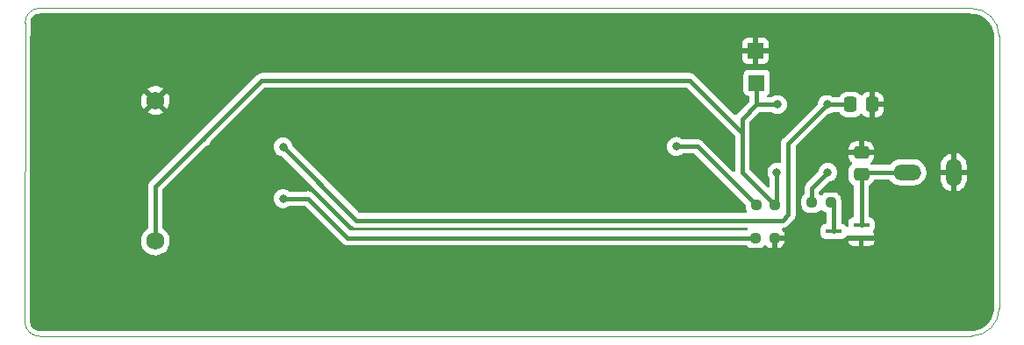
<source format=gbl>
%TF.GenerationSoftware,KiCad,Pcbnew,(6.0.2)*%
%TF.CreationDate,2022-05-28T13:28:15-07:00*%
%TF.ProjectId,TxBoard,5478426f-6172-4642-9e6b-696361645f70,4*%
%TF.SameCoordinates,Original*%
%TF.FileFunction,Copper,L2,Bot*%
%TF.FilePolarity,Positive*%
%FSLAX46Y46*%
G04 Gerber Fmt 4.6, Leading zero omitted, Abs format (unit mm)*
G04 Created by KiCad (PCBNEW (6.0.2)) date 2022-05-28 13:28:15*
%MOMM*%
%LPD*%
G01*
G04 APERTURE LIST*
G04 Aperture macros list*
%AMRoundRect*
0 Rectangle with rounded corners*
0 $1 Rounding radius*
0 $2 $3 $4 $5 $6 $7 $8 $9 X,Y pos of 4 corners*
0 Add a 4 corners polygon primitive as box body*
4,1,4,$2,$3,$4,$5,$6,$7,$8,$9,$2,$3,0*
0 Add four circle primitives for the rounded corners*
1,1,$1+$1,$2,$3*
1,1,$1+$1,$4,$5*
1,1,$1+$1,$6,$7*
1,1,$1+$1,$8,$9*
0 Add four rect primitives between the rounded corners*
20,1,$1+$1,$2,$3,$4,$5,0*
20,1,$1+$1,$4,$5,$6,$7,0*
20,1,$1+$1,$6,$7,$8,$9,0*
20,1,$1+$1,$8,$9,$2,$3,0*%
G04 Aperture macros list end*
%TA.AperFunction,Profile*%
%ADD10C,0.100000*%
%TD*%
%TA.AperFunction,SMDPad,CuDef*%
%ADD11RoundRect,0.250000X0.337500X0.475000X-0.337500X0.475000X-0.337500X-0.475000X0.337500X-0.475000X0*%
%TD*%
%TA.AperFunction,ComponentPad*%
%ADD12C,7.000000*%
%TD*%
%TA.AperFunction,ComponentPad*%
%ADD13O,2.717800X1.501800*%
%TD*%
%TA.AperFunction,ComponentPad*%
%ADD14O,1.501800X2.717800*%
%TD*%
%TA.AperFunction,SMDPad,CuDef*%
%ADD15RoundRect,0.250000X0.475000X-0.337500X0.475000X0.337500X-0.475000X0.337500X-0.475000X-0.337500X0*%
%TD*%
%TA.AperFunction,SMDPad,CuDef*%
%ADD16RoundRect,0.237500X0.250000X0.237500X-0.250000X0.237500X-0.250000X-0.237500X0.250000X-0.237500X0*%
%TD*%
%TA.AperFunction,SMDPad,CuDef*%
%ADD17R,1.500000X1.500000*%
%TD*%
%TA.AperFunction,SMDPad,CuDef*%
%ADD18RoundRect,0.237500X-0.250000X-0.237500X0.250000X-0.237500X0.250000X0.237500X-0.250000X0.237500X0*%
%TD*%
%TA.AperFunction,ComponentPad*%
%ADD19C,1.755000*%
%TD*%
%TA.AperFunction,SMDPad,CuDef*%
%ADD20R,1.500000X0.450000*%
%TD*%
%TA.AperFunction,ViaPad*%
%ADD21C,0.800000*%
%TD*%
%TA.AperFunction,Conductor*%
%ADD22C,0.381000*%
%TD*%
G04 APERTURE END LIST*
D10*
X104389949Y-113010051D02*
X194300000Y-113000000D01*
X103000000Y-82700000D02*
X102989949Y-111610051D01*
X197000000Y-110300000D02*
X197000000Y-84000000D01*
X197000000Y-84000000D02*
G75*
G03*
X194300000Y-81300000I-2700001J-1D01*
G01*
X102989949Y-111610051D02*
G75*
G03*
X104389949Y-113010051I1400002J2D01*
G01*
X104400000Y-81300000D02*
G75*
G03*
X103000000Y-82700000I2J-1400002D01*
G01*
X194300000Y-81300000D02*
X104400000Y-81300000D01*
X194300000Y-113000000D02*
G75*
G03*
X197000000Y-110300000I-1J2700001D01*
G01*
D11*
%TO.P,C2,2*%
%TO.N,Net-(C2-Pad2)*%
X182662500Y-90600000D03*
%TO.P,C2,1*%
%TO.N,GND*%
X184737500Y-90600000D03*
%TD*%
D12*
%TO.P,REF\u002A\u002A,1*%
%TO.N,GND*%
X108077000Y-86360000D03*
%TD*%
%TO.P,REF\u002A\u002A,1*%
%TO.N,GND*%
X189200000Y-86360000D03*
%TD*%
%TO.P,REF\u002A\u002A,1*%
%TO.N,GND*%
X189300000Y-107950000D03*
%TD*%
%TO.P,REF\u002A\u002A,1*%
%TO.N,GND*%
X108077000Y-107950000D03*
%TD*%
D13*
%TO.P,J1,1,In*%
%TO.N,Net-(C1-Pad1)*%
X188099999Y-97155000D03*
D14*
%TO.P,J1,2,Ext*%
%TO.N,GND*%
X192600000Y-97155000D03*
%TD*%
D15*
%TO.P,C1,1*%
%TO.N,Net-(C1-Pad1)*%
X183700000Y-97337500D03*
%TO.P,C1,2*%
%TO.N,GND*%
X183700000Y-95262500D03*
%TD*%
D16*
%TO.P,R2,1*%
%TO.N,+BATT*%
X175387000Y-100330000D03*
%TO.P,R2,2*%
%TO.N,Net-(R2-Pad2)*%
X173562000Y-100330000D03*
%TD*%
D17*
%TO.P,TP2,1,1*%
%TO.N,+BATT*%
X173600000Y-88500000D03*
%TD*%
D18*
%TO.P,R1,1*%
%TO.N,Net-(D1-Pad1)*%
X178919500Y-100076000D03*
%TO.P,R1,2*%
%TO.N,Net-(Q1-Pad3)*%
X180744500Y-100076000D03*
%TD*%
D19*
%TO.P,BT1,1,+*%
%TO.N,+BATT*%
X115572000Y-103795000D03*
%TO.P,BT1,2,-*%
%TO.N,GND*%
X115572000Y-90205000D03*
%TD*%
D16*
%TO.P,R3,1*%
%TO.N,GND*%
X175307000Y-103505000D03*
%TO.P,R3,2*%
%TO.N,Net-(R3-Pad2)*%
X173482000Y-103505000D03*
%TD*%
D20*
%TO.P,Q1,1,G*%
%TO.N,Net-(C1-Pad1)*%
X183702000Y-102220000D03*
%TO.P,Q1,2,S*%
%TO.N,GND*%
X183702000Y-103520000D03*
%TO.P,Q1,3,D*%
%TO.N,Net-(Q1-Pad3)*%
X181042000Y-102870000D03*
%TD*%
D17*
%TO.P,TP1,1,1*%
%TO.N,GND*%
X173500000Y-85400000D03*
%TD*%
D21*
%TO.N,Net-(D1-Pad1)*%
X180467000Y-97155000D03*
%TO.N,+BATT*%
X175600000Y-90600000D03*
X175545000Y-97155000D03*
%TO.N,Net-(R2-Pad2)*%
X165850000Y-94650000D03*
%TO.N,Net-(R3-Pad2)*%
X127900000Y-99700000D03*
%TO.N,Net-(C2-Pad2)*%
X127900000Y-94700000D03*
X180400000Y-90600000D03*
%TD*%
D22*
%TO.N,Net-(C2-Pad2)*%
X182662500Y-90600000D02*
X180400000Y-90600000D01*
X180400000Y-90600000D02*
X176650000Y-94350000D01*
%TO.N,Net-(C1-Pad1)*%
X183702000Y-97339500D02*
X183700000Y-97337500D01*
X183700000Y-97337500D02*
X183882500Y-97155000D01*
X183702000Y-102220000D02*
X183702000Y-97339500D01*
X183882500Y-97155000D02*
X188099999Y-97155000D01*
%TO.N,Net-(D1-Pad1)*%
X178919500Y-98702500D02*
X180467000Y-97155000D01*
X178919500Y-100076000D02*
X178919500Y-98702500D01*
%TO.N,+BATT*%
X115572000Y-98550000D02*
X115572000Y-103795000D01*
X172212000Y-97155000D02*
X172212000Y-93345000D01*
X175387000Y-100330000D02*
X172212000Y-97155000D01*
X172212000Y-93345000D02*
X167132000Y-88265000D01*
X175545000Y-97155000D02*
X175545000Y-100172000D01*
X175545000Y-100172000D02*
X175387000Y-100330000D01*
X173600000Y-90600000D02*
X175600000Y-90600000D01*
X120200000Y-94000000D02*
X120161000Y-93961000D01*
X172212000Y-93345000D02*
X172212000Y-91988000D01*
X125857000Y-88265000D02*
X120161000Y-93961000D01*
X167132000Y-88265000D02*
X125857000Y-88265000D01*
X172212000Y-91988000D02*
X173600000Y-90600000D01*
X120161000Y-93961000D02*
X115572000Y-98550000D01*
X173600000Y-90600000D02*
X173600000Y-88500000D01*
%TO.N,Net-(Q1-Pad3)*%
X181042000Y-100373500D02*
X180744500Y-100076000D01*
X181042000Y-102870000D02*
X181042000Y-100373500D01*
%TO.N,Net-(R2-Pad2)*%
X173562000Y-100330000D02*
X173482000Y-100330000D01*
X165850000Y-94650000D02*
X167882000Y-94650000D01*
X167882000Y-94650000D02*
X173562000Y-100330000D01*
%TO.N,Net-(R3-Pad2)*%
X134112000Y-103505000D02*
X130302000Y-99695000D01*
X127900000Y-99700000D02*
X130297000Y-99700000D01*
X173482000Y-103505000D02*
X134112000Y-103505000D01*
X130297000Y-99700000D02*
X130302000Y-99695000D01*
%TO.N,Net-(C2-Pad2)*%
X135000000Y-101800000D02*
X127900000Y-94700000D01*
X176650000Y-94350000D02*
X176650000Y-101250000D01*
X176100000Y-101800000D02*
X135000000Y-101800000D01*
X176650000Y-101250000D02*
X176100000Y-101800000D01*
%TD*%
%TA.AperFunction,Conductor*%
%TO.N,GND*%
G36*
X194270057Y-81809500D02*
G01*
X194284858Y-81811805D01*
X194284861Y-81811805D01*
X194293730Y-81813186D01*
X194310899Y-81810941D01*
X194334838Y-81810108D01*
X194556608Y-81823522D01*
X194571713Y-81825356D01*
X194817082Y-81870322D01*
X194831855Y-81873963D01*
X195070025Y-81948180D01*
X195084243Y-81953572D01*
X195311721Y-82055952D01*
X195325194Y-82063023D01*
X195538674Y-82192076D01*
X195551195Y-82200718D01*
X195738808Y-82347704D01*
X195747571Y-82354569D01*
X195758959Y-82364659D01*
X195935341Y-82541041D01*
X195945431Y-82552429D01*
X196065959Y-82706271D01*
X196099281Y-82748804D01*
X196107924Y-82761326D01*
X196236977Y-82974806D01*
X196244047Y-82988277D01*
X196252615Y-83007313D01*
X196346426Y-83215753D01*
X196351822Y-83229980D01*
X196426037Y-83468145D01*
X196429678Y-83482918D01*
X196474644Y-83728287D01*
X196476478Y-83743391D01*
X196489455Y-83957929D01*
X196488198Y-83984639D01*
X196488195Y-83984859D01*
X196486814Y-83993730D01*
X196487978Y-84002632D01*
X196487978Y-84002635D01*
X196490936Y-84025251D01*
X196492000Y-84041589D01*
X196492000Y-110250672D01*
X196490500Y-110270056D01*
X196486814Y-110293730D01*
X196489059Y-110310897D01*
X196489892Y-110334838D01*
X196476478Y-110556608D01*
X196474644Y-110571713D01*
X196429678Y-110817082D01*
X196426037Y-110831855D01*
X196351822Y-111070020D01*
X196346428Y-111084243D01*
X196244048Y-111311721D01*
X196236977Y-111325194D01*
X196107924Y-111538674D01*
X196099282Y-111551195D01*
X196072871Y-111584906D01*
X195945431Y-111747571D01*
X195935341Y-111758959D01*
X195758959Y-111935341D01*
X195747571Y-111945431D01*
X195551196Y-112099281D01*
X195538674Y-112107924D01*
X195325194Y-112236977D01*
X195311723Y-112244047D01*
X195084243Y-112346428D01*
X195070025Y-112351820D01*
X194841990Y-112422879D01*
X194831855Y-112426037D01*
X194817082Y-112429678D01*
X194571713Y-112474644D01*
X194556609Y-112476478D01*
X194342071Y-112489455D01*
X194315361Y-112488198D01*
X194315141Y-112488195D01*
X194306270Y-112486814D01*
X194297368Y-112487978D01*
X194297366Y-112487978D01*
X194286073Y-112489455D01*
X194274707Y-112490941D01*
X194258388Y-112492005D01*
X104439252Y-112502045D01*
X104419859Y-112500545D01*
X104412011Y-112499324D01*
X104405092Y-112498246D01*
X104405090Y-112498246D01*
X104396220Y-112496865D01*
X104385222Y-112498303D01*
X104356539Y-112498760D01*
X104298201Y-112493014D01*
X104228278Y-112486127D01*
X104204056Y-112481309D01*
X104060466Y-112437752D01*
X104037653Y-112428302D01*
X103905326Y-112357571D01*
X103884789Y-112343848D01*
X103768804Y-112248662D01*
X103751338Y-112231196D01*
X103656152Y-112115211D01*
X103642429Y-112094674D01*
X103571698Y-111962347D01*
X103562248Y-111939534D01*
X103518691Y-111795944D01*
X103513873Y-111771722D01*
X103501905Y-111650216D01*
X103502358Y-111634174D01*
X103501644Y-111634165D01*
X103501754Y-111625192D01*
X103503135Y-111616320D01*
X103501971Y-111607419D01*
X103501971Y-111607414D01*
X103499027Y-111584906D01*
X103497963Y-111568524D01*
X103500678Y-103761021D01*
X114181665Y-103761021D01*
X114181962Y-103766173D01*
X114181962Y-103766177D01*
X114183710Y-103796486D01*
X114194785Y-103988555D01*
X114195920Y-103993592D01*
X114195921Y-103993598D01*
X114243337Y-104204000D01*
X114244890Y-104210891D01*
X114246834Y-104215677D01*
X114246835Y-104215682D01*
X114295598Y-104335770D01*
X114330636Y-104422058D01*
X114449720Y-104616385D01*
X114598943Y-104788653D01*
X114774299Y-104934236D01*
X114778751Y-104936838D01*
X114778756Y-104936841D01*
X114966619Y-105046619D01*
X114971077Y-105049224D01*
X115183993Y-105130528D01*
X115189061Y-105131559D01*
X115189064Y-105131560D01*
X115298741Y-105153874D01*
X115407330Y-105175967D01*
X115412503Y-105176157D01*
X115412506Y-105176157D01*
X115629925Y-105184129D01*
X115629929Y-105184129D01*
X115635089Y-105184318D01*
X115640209Y-105183662D01*
X115640211Y-105183662D01*
X115856025Y-105156016D01*
X115856026Y-105156016D01*
X115861153Y-105155359D01*
X115866103Y-105153874D01*
X116074497Y-105091353D01*
X116074502Y-105091351D01*
X116079452Y-105089866D01*
X116085548Y-105086880D01*
X116279473Y-104991877D01*
X116279478Y-104991874D01*
X116284124Y-104989598D01*
X116288334Y-104986595D01*
X116288339Y-104986592D01*
X116465458Y-104860254D01*
X116465463Y-104860250D01*
X116469670Y-104857249D01*
X116631109Y-104696373D01*
X116685782Y-104620288D01*
X116761087Y-104515489D01*
X116764105Y-104511289D01*
X116775778Y-104487672D01*
X116862793Y-104311611D01*
X116862794Y-104311609D01*
X116865087Y-104306969D01*
X116931341Y-104088900D01*
X116961090Y-103862938D01*
X116962750Y-103795000D01*
X116944075Y-103567854D01*
X116888552Y-103346809D01*
X116823614Y-103197460D01*
X116799733Y-103142537D01*
X116799731Y-103142534D01*
X116797673Y-103137800D01*
X116717917Y-103014516D01*
X116676687Y-102950784D01*
X116676685Y-102950781D01*
X116673877Y-102946441D01*
X116596459Y-102861359D01*
X116523967Y-102781692D01*
X116523965Y-102781691D01*
X116520489Y-102777870D01*
X116516438Y-102774671D01*
X116516434Y-102774667D01*
X116345684Y-102639817D01*
X116345680Y-102639815D01*
X116341629Y-102636615D01*
X116336111Y-102633569D01*
X116335787Y-102633242D01*
X116332795Y-102631254D01*
X116333205Y-102630637D01*
X116286138Y-102583139D01*
X116271000Y-102523258D01*
X116271000Y-98891725D01*
X116291002Y-98823604D01*
X116307905Y-98802630D01*
X120437218Y-94673317D01*
X120475061Y-94647307D01*
X120479141Y-94645490D01*
X120486397Y-94643258D01*
X120631569Y-94556375D01*
X120751825Y-94437371D01*
X120792658Y-94370737D01*
X120836252Y-94299598D01*
X120836254Y-94299595D01*
X120840223Y-94293117D01*
X120842534Y-94285877D01*
X120845694Y-94278974D01*
X120847168Y-94279649D01*
X120872550Y-94237985D01*
X126109630Y-89000905D01*
X126171942Y-88966879D01*
X126198725Y-88964000D01*
X166790275Y-88964000D01*
X166858396Y-88984002D01*
X166879370Y-89000905D01*
X171476095Y-93597630D01*
X171510121Y-93659942D01*
X171513000Y-93686725D01*
X171513000Y-96988275D01*
X171492998Y-97056396D01*
X171439342Y-97102889D01*
X171369068Y-97112993D01*
X171304488Y-97083499D01*
X171297905Y-97077370D01*
X168396497Y-94175962D01*
X168390643Y-94169696D01*
X168380127Y-94157641D01*
X168353158Y-94126726D01*
X168301622Y-94090506D01*
X168296326Y-94086573D01*
X168252737Y-94052394D01*
X168252734Y-94052392D01*
X168246760Y-94047708D01*
X168239836Y-94044582D01*
X168236801Y-94042744D01*
X168224102Y-94035500D01*
X168220954Y-94033812D01*
X168214739Y-94029444D01*
X168156050Y-94006562D01*
X168150005Y-94004022D01*
X168092565Y-93978087D01*
X168085092Y-93976702D01*
X168081674Y-93975631D01*
X168067685Y-93971646D01*
X168064193Y-93970749D01*
X168057111Y-93967988D01*
X168049578Y-93966996D01*
X168049577Y-93966996D01*
X167994670Y-93959767D01*
X167988157Y-93958735D01*
X167933682Y-93948639D01*
X167933680Y-93948639D01*
X167926213Y-93947255D01*
X167918633Y-93947692D01*
X167918632Y-93947692D01*
X167864888Y-93950791D01*
X167857635Y-93951000D01*
X166474481Y-93951000D01*
X166406360Y-93930998D01*
X166400420Y-93926936D01*
X166312094Y-93862763D01*
X166312093Y-93862762D01*
X166306752Y-93858882D01*
X166300724Y-93856198D01*
X166300722Y-93856197D01*
X166138319Y-93783891D01*
X166138318Y-93783891D01*
X166132288Y-93781206D01*
X166038888Y-93761353D01*
X165951944Y-93742872D01*
X165951939Y-93742872D01*
X165945487Y-93741500D01*
X165754513Y-93741500D01*
X165748061Y-93742872D01*
X165748056Y-93742872D01*
X165661112Y-93761353D01*
X165567712Y-93781206D01*
X165561682Y-93783891D01*
X165561681Y-93783891D01*
X165399278Y-93856197D01*
X165399276Y-93856198D01*
X165393248Y-93858882D01*
X165387907Y-93862762D01*
X165387906Y-93862763D01*
X165357223Y-93885056D01*
X165238747Y-93971134D01*
X165234326Y-93976044D01*
X165234325Y-93976045D01*
X165169800Y-94047708D01*
X165110960Y-94113056D01*
X165070911Y-94182423D01*
X165039295Y-94237184D01*
X165015473Y-94278444D01*
X164956458Y-94460072D01*
X164936496Y-94650000D01*
X164937186Y-94656565D01*
X164948310Y-94762400D01*
X164956458Y-94839928D01*
X165015473Y-95021556D01*
X165110960Y-95186944D01*
X165115378Y-95191851D01*
X165115379Y-95191852D01*
X165225094Y-95313703D01*
X165238747Y-95328866D01*
X165393248Y-95441118D01*
X165399276Y-95443802D01*
X165399278Y-95443803D01*
X165487750Y-95483193D01*
X165567712Y-95518794D01*
X165642144Y-95534615D01*
X165748056Y-95557128D01*
X165748061Y-95557128D01*
X165754513Y-95558500D01*
X165945487Y-95558500D01*
X165951939Y-95557128D01*
X165951944Y-95557128D01*
X166057856Y-95534615D01*
X166132288Y-95518794D01*
X166212250Y-95483193D01*
X166300722Y-95443803D01*
X166300724Y-95443802D01*
X166306752Y-95441118D01*
X166400420Y-95373064D01*
X166467288Y-95349206D01*
X166474481Y-95349000D01*
X167540275Y-95349000D01*
X167608396Y-95369002D01*
X167629370Y-95385905D01*
X172529095Y-100285630D01*
X172563121Y-100347942D01*
X172566000Y-100374725D01*
X172566000Y-100617072D01*
X172566337Y-100620318D01*
X172566337Y-100620322D01*
X172568207Y-100638338D01*
X172576793Y-100721093D01*
X172631846Y-100886107D01*
X172645827Y-100908700D01*
X172664663Y-100977149D01*
X172643501Y-101044919D01*
X172589060Y-101090490D01*
X172538681Y-101101000D01*
X135341726Y-101101000D01*
X135273605Y-101080998D01*
X135252631Y-101064095D01*
X128836243Y-94647708D01*
X128802217Y-94585396D01*
X128800028Y-94571783D01*
X128794232Y-94516637D01*
X128794232Y-94516635D01*
X128793542Y-94510072D01*
X128776361Y-94457193D01*
X128736569Y-94334729D01*
X128734527Y-94328444D01*
X128639040Y-94163056D01*
X128606329Y-94126726D01*
X128515675Y-94026045D01*
X128515674Y-94026044D01*
X128511253Y-94021134D01*
X128356752Y-93908882D01*
X128350724Y-93906198D01*
X128350722Y-93906197D01*
X128188319Y-93833891D01*
X128188318Y-93833891D01*
X128182288Y-93831206D01*
X128088888Y-93811353D01*
X128001944Y-93792872D01*
X128001939Y-93792872D01*
X127995487Y-93791500D01*
X127804513Y-93791500D01*
X127798061Y-93792872D01*
X127798056Y-93792872D01*
X127711112Y-93811353D01*
X127617712Y-93831206D01*
X127611682Y-93833891D01*
X127611681Y-93833891D01*
X127449278Y-93906197D01*
X127449276Y-93906198D01*
X127443248Y-93908882D01*
X127288747Y-94021134D01*
X127284326Y-94026044D01*
X127284325Y-94026045D01*
X127193672Y-94126726D01*
X127160960Y-94163056D01*
X127065473Y-94328444D01*
X127006458Y-94510072D01*
X126986496Y-94700000D01*
X126987186Y-94706565D01*
X127004515Y-94871438D01*
X127006458Y-94889928D01*
X127065473Y-95071556D01*
X127160960Y-95236944D01*
X127165378Y-95241851D01*
X127165379Y-95241852D01*
X127279865Y-95369002D01*
X127288747Y-95378866D01*
X127374429Y-95441118D01*
X127424103Y-95477208D01*
X127443248Y-95491118D01*
X127449276Y-95493802D01*
X127449278Y-95493803D01*
X127611681Y-95566109D01*
X127617712Y-95568794D01*
X127787631Y-95604912D01*
X127850528Y-95639063D01*
X134485503Y-102274038D01*
X134491356Y-102280303D01*
X134528842Y-102323274D01*
X134575745Y-102356238D01*
X134580389Y-102359502D01*
X134585684Y-102363435D01*
X134635239Y-102402291D01*
X134642163Y-102405417D01*
X134645212Y-102407264D01*
X134657878Y-102414489D01*
X134661043Y-102416186D01*
X134667261Y-102420556D01*
X134725996Y-102443456D01*
X134732009Y-102445983D01*
X134789435Y-102471912D01*
X134796903Y-102473296D01*
X134800311Y-102474364D01*
X134814358Y-102478366D01*
X134817813Y-102479253D01*
X134824889Y-102482012D01*
X134887353Y-102490235D01*
X134893845Y-102491263D01*
X134955787Y-102502744D01*
X134963367Y-102502307D01*
X134963368Y-102502307D01*
X135017094Y-102499209D01*
X135024347Y-102499000D01*
X172641223Y-102499000D01*
X172709344Y-102519002D01*
X172755837Y-102572658D01*
X172765941Y-102642932D01*
X172736447Y-102707512D01*
X172730396Y-102714018D01*
X172675492Y-102769018D01*
X172613210Y-102803097D01*
X172586319Y-102806000D01*
X134453725Y-102806000D01*
X134385604Y-102785998D01*
X134364630Y-102769095D01*
X130802616Y-99207081D01*
X130802150Y-99206614D01*
X130739372Y-99143175D01*
X130732898Y-99139208D01*
X130732892Y-99139203D01*
X130707801Y-99123827D01*
X130695890Y-99115549D01*
X130672736Y-99097394D01*
X130666760Y-99092708D01*
X130636963Y-99079255D01*
X130622991Y-99071857D01*
X130595118Y-99054776D01*
X130559842Y-99043518D01*
X130546315Y-99038325D01*
X130512565Y-99023087D01*
X130505097Y-99021703D01*
X130505091Y-99021701D01*
X130480429Y-99017131D01*
X130465091Y-99013279D01*
X130433942Y-99003338D01*
X130407569Y-99001540D01*
X130397008Y-99000820D01*
X130382617Y-98999002D01*
X130353680Y-98993639D01*
X130346213Y-98992255D01*
X130338634Y-98992692D01*
X130335625Y-98992866D01*
X130313578Y-98994137D01*
X130297766Y-98994054D01*
X130265148Y-98991830D01*
X130257674Y-98993135D01*
X130257665Y-98993135D01*
X130228673Y-98998196D01*
X130214260Y-98999863D01*
X130204720Y-99000414D01*
X130198170Y-99000791D01*
X130190921Y-99001000D01*
X128524481Y-99001000D01*
X128456360Y-98980998D01*
X128450420Y-98976936D01*
X128362094Y-98912763D01*
X128362093Y-98912762D01*
X128356752Y-98908882D01*
X128350724Y-98906198D01*
X128350722Y-98906197D01*
X128188319Y-98833891D01*
X128188318Y-98833891D01*
X128182288Y-98831206D01*
X128088887Y-98811353D01*
X128001944Y-98792872D01*
X128001939Y-98792872D01*
X127995487Y-98791500D01*
X127804513Y-98791500D01*
X127798061Y-98792872D01*
X127798056Y-98792872D01*
X127711113Y-98811353D01*
X127617712Y-98831206D01*
X127611682Y-98833891D01*
X127611681Y-98833891D01*
X127449278Y-98906197D01*
X127449276Y-98906198D01*
X127443248Y-98908882D01*
X127288747Y-99021134D01*
X127284326Y-99026044D01*
X127284325Y-99026045D01*
X127165701Y-99157791D01*
X127160960Y-99163056D01*
X127065473Y-99328444D01*
X127006458Y-99510072D01*
X127005768Y-99516633D01*
X127005768Y-99516635D01*
X127004571Y-99528028D01*
X126986496Y-99700000D01*
X127006458Y-99889928D01*
X127065473Y-100071556D01*
X127160960Y-100236944D01*
X127165378Y-100241851D01*
X127165379Y-100241852D01*
X127250735Y-100336649D01*
X127288747Y-100378866D01*
X127320726Y-100402100D01*
X127410181Y-100467093D01*
X127443248Y-100491118D01*
X127449276Y-100493802D01*
X127449278Y-100493803D01*
X127611681Y-100566109D01*
X127617712Y-100568794D01*
X127711112Y-100588647D01*
X127798056Y-100607128D01*
X127798061Y-100607128D01*
X127804513Y-100608500D01*
X127995487Y-100608500D01*
X128001939Y-100607128D01*
X128001944Y-100607128D01*
X128088888Y-100588647D01*
X128182288Y-100568794D01*
X128188319Y-100566109D01*
X128350722Y-100493803D01*
X128350724Y-100493802D01*
X128356752Y-100491118D01*
X128389820Y-100467093D01*
X128450420Y-100423064D01*
X128517288Y-100399206D01*
X128524481Y-100399000D01*
X129965275Y-100399000D01*
X130033396Y-100419002D01*
X130054370Y-100435905D01*
X131892502Y-102274038D01*
X133597510Y-103979046D01*
X133603363Y-103985311D01*
X133640842Y-104028274D01*
X133692383Y-104064498D01*
X133697668Y-104068423D01*
X133747240Y-104107292D01*
X133754158Y-104110416D01*
X133757179Y-104112245D01*
X133769898Y-104119500D01*
X133773046Y-104121188D01*
X133779261Y-104125556D01*
X133837950Y-104148438D01*
X133843995Y-104150978D01*
X133901435Y-104176913D01*
X133908908Y-104178298D01*
X133912326Y-104179369D01*
X133926315Y-104183354D01*
X133929807Y-104184251D01*
X133936889Y-104187012D01*
X133944422Y-104188004D01*
X133944423Y-104188004D01*
X133999330Y-104195233D01*
X134005843Y-104196265D01*
X134060318Y-104206361D01*
X134060320Y-104206361D01*
X134067787Y-104207745D01*
X134075367Y-104207308D01*
X134075368Y-104207308D01*
X134129112Y-104204209D01*
X134136365Y-104204000D01*
X172586218Y-104204000D01*
X172654339Y-104224002D01*
X172675234Y-104240825D01*
X172766497Y-104331929D01*
X172772727Y-104335769D01*
X172772728Y-104335770D01*
X172904947Y-104417271D01*
X172914580Y-104423209D01*
X173079691Y-104477974D01*
X173086527Y-104478674D01*
X173086530Y-104478675D01*
X173133870Y-104483525D01*
X173182428Y-104488500D01*
X173781572Y-104488500D01*
X173784818Y-104488163D01*
X173784822Y-104488163D01*
X173878735Y-104478419D01*
X173878739Y-104478418D01*
X173885593Y-104477707D01*
X173892129Y-104475526D01*
X173892131Y-104475526D01*
X174039193Y-104426462D01*
X174050607Y-104422654D01*
X174198531Y-104331116D01*
X174305601Y-104223859D01*
X174367882Y-104189780D01*
X174438702Y-104194783D01*
X174483791Y-104223704D01*
X174586629Y-104326363D01*
X174598040Y-104335375D01*
X174733563Y-104418912D01*
X174746741Y-104425056D01*
X174898266Y-104475315D01*
X174911632Y-104478181D01*
X175004270Y-104487672D01*
X175010685Y-104488000D01*
X175034885Y-104488000D01*
X175050124Y-104483525D01*
X175051329Y-104482135D01*
X175053000Y-104474452D01*
X175053000Y-104469885D01*
X175561000Y-104469885D01*
X175565475Y-104485124D01*
X175566865Y-104486329D01*
X175574548Y-104488000D01*
X175603266Y-104488000D01*
X175609782Y-104487663D01*
X175703632Y-104477925D01*
X175717028Y-104475032D01*
X175868453Y-104424512D01*
X175881615Y-104418347D01*
X176016992Y-104334574D01*
X176028390Y-104325540D01*
X176140863Y-104212871D01*
X176149875Y-104201460D01*
X176233412Y-104065937D01*
X176239556Y-104052759D01*
X176289815Y-103901234D01*
X176292681Y-103887868D01*
X176302172Y-103795230D01*
X176302456Y-103789669D01*
X182444001Y-103789669D01*
X182444371Y-103796490D01*
X182449895Y-103847352D01*
X182453521Y-103862604D01*
X182498676Y-103983054D01*
X182507214Y-103998649D01*
X182583715Y-104100724D01*
X182596276Y-104113285D01*
X182698351Y-104189786D01*
X182713946Y-104198324D01*
X182834394Y-104243478D01*
X182849649Y-104247105D01*
X182900514Y-104252631D01*
X182907328Y-104253000D01*
X183458885Y-104253000D01*
X183474124Y-104248525D01*
X183475329Y-104247135D01*
X183477000Y-104239452D01*
X183477000Y-104234884D01*
X183927000Y-104234884D01*
X183931475Y-104250123D01*
X183932865Y-104251328D01*
X183940548Y-104252999D01*
X184496669Y-104252999D01*
X184503490Y-104252629D01*
X184554352Y-104247105D01*
X184569604Y-104243479D01*
X184690054Y-104198324D01*
X184705649Y-104189786D01*
X184807724Y-104113285D01*
X184820285Y-104100724D01*
X184896786Y-103998649D01*
X184905324Y-103983054D01*
X184950478Y-103862606D01*
X184954105Y-103847351D01*
X184959631Y-103796486D01*
X184960000Y-103789672D01*
X184960000Y-103763115D01*
X184955525Y-103747876D01*
X184954135Y-103746671D01*
X184946452Y-103745000D01*
X183945115Y-103745000D01*
X183929876Y-103749475D01*
X183928671Y-103750865D01*
X183927000Y-103758548D01*
X183927000Y-104234884D01*
X183477000Y-104234884D01*
X183477000Y-103763115D01*
X183472525Y-103747876D01*
X183471135Y-103746671D01*
X183463452Y-103745000D01*
X182462116Y-103745000D01*
X182446877Y-103749475D01*
X182445672Y-103750865D01*
X182444001Y-103758548D01*
X182444001Y-103789669D01*
X176302456Y-103789669D01*
X176302500Y-103788815D01*
X176302500Y-103777115D01*
X176298025Y-103761876D01*
X176296635Y-103760671D01*
X176288952Y-103759000D01*
X175579115Y-103759000D01*
X175563876Y-103763475D01*
X175562671Y-103764865D01*
X175561000Y-103772548D01*
X175561000Y-104469885D01*
X175053000Y-104469885D01*
X175053000Y-103377000D01*
X175073002Y-103308879D01*
X175126658Y-103262386D01*
X175179000Y-103251000D01*
X176284385Y-103251000D01*
X176299624Y-103246525D01*
X176300829Y-103245135D01*
X176302500Y-103237452D01*
X176302500Y-103221234D01*
X176302163Y-103214718D01*
X176292425Y-103120868D01*
X176289532Y-103107472D01*
X176239012Y-102956047D01*
X176232847Y-102942885D01*
X176149074Y-102807508D01*
X176140040Y-102796110D01*
X176060719Y-102716927D01*
X176026640Y-102654644D01*
X176031643Y-102583824D01*
X176074140Y-102526952D01*
X176137023Y-102504147D01*
X176136853Y-102503170D01*
X176142373Y-102502207D01*
X176142376Y-102502206D01*
X176144328Y-102501865D01*
X176144332Y-102501865D01*
X176198924Y-102492337D01*
X176205449Y-102491374D01*
X176260418Y-102484722D01*
X176260420Y-102484721D01*
X176267960Y-102483809D01*
X176275062Y-102481125D01*
X176278500Y-102480281D01*
X176292623Y-102476417D01*
X176296034Y-102475387D01*
X176303517Y-102474081D01*
X176361197Y-102448761D01*
X176367304Y-102446270D01*
X176419117Y-102426691D01*
X176419118Y-102426690D01*
X176426222Y-102424006D01*
X176432477Y-102419707D01*
X176435618Y-102418065D01*
X176448372Y-102410967D01*
X176451478Y-102409130D01*
X176458433Y-102406077D01*
X176464460Y-102401452D01*
X176464464Y-102401450D01*
X176508402Y-102367735D01*
X176513720Y-102363871D01*
X176565652Y-102328179D01*
X176606519Y-102282311D01*
X176611499Y-102277036D01*
X177124038Y-101764497D01*
X177130304Y-101758643D01*
X177167549Y-101726152D01*
X177173274Y-101721158D01*
X177209502Y-101669610D01*
X177213435Y-101664316D01*
X177252291Y-101614761D01*
X177255417Y-101607837D01*
X177257264Y-101604788D01*
X177264489Y-101592122D01*
X177266186Y-101588957D01*
X177270556Y-101582739D01*
X177293456Y-101524004D01*
X177295983Y-101517991D01*
X177321912Y-101460565D01*
X177323296Y-101453097D01*
X177324364Y-101449689D01*
X177328364Y-101435650D01*
X177329253Y-101432186D01*
X177332012Y-101425111D01*
X177340235Y-101362655D01*
X177341267Y-101356141D01*
X177351360Y-101301683D01*
X177351360Y-101301680D01*
X177352744Y-101294214D01*
X177349209Y-101232905D01*
X177349000Y-101225653D01*
X177349000Y-100363072D01*
X177923500Y-100363072D01*
X177923837Y-100366318D01*
X177923837Y-100366322D01*
X177929725Y-100423064D01*
X177934293Y-100467093D01*
X177936474Y-100473629D01*
X177936474Y-100473631D01*
X177942308Y-100491118D01*
X177989346Y-100632107D01*
X178080884Y-100780031D01*
X178086066Y-100785204D01*
X178198816Y-100897758D01*
X178198821Y-100897762D01*
X178203997Y-100902929D01*
X178210227Y-100906769D01*
X178210228Y-100906770D01*
X178324404Y-100977149D01*
X178352080Y-100994209D01*
X178517191Y-101048974D01*
X178524027Y-101049674D01*
X178524030Y-101049675D01*
X178575526Y-101054951D01*
X178619928Y-101059500D01*
X179219072Y-101059500D01*
X179222318Y-101059163D01*
X179222322Y-101059163D01*
X179316235Y-101049419D01*
X179316239Y-101049418D01*
X179323093Y-101048707D01*
X179329629Y-101046526D01*
X179329631Y-101046526D01*
X179462395Y-101002232D01*
X179488107Y-100993654D01*
X179636031Y-100902116D01*
X179658948Y-100879159D01*
X179742747Y-100795214D01*
X179805030Y-100761135D01*
X179875850Y-100766138D01*
X179920937Y-100795059D01*
X180023812Y-100897754D01*
X180023817Y-100897758D01*
X180028997Y-100902929D01*
X180035227Y-100906769D01*
X180035228Y-100906770D01*
X180149404Y-100977149D01*
X180177080Y-100994209D01*
X180244656Y-101016623D01*
X180256667Y-101020607D01*
X180315027Y-101061038D01*
X180342264Y-101126602D01*
X180343000Y-101140200D01*
X180343000Y-102012677D01*
X180322998Y-102080798D01*
X180269342Y-102127291D01*
X180230608Y-102137940D01*
X180215152Y-102139619D01*
X180181684Y-102143255D01*
X180045295Y-102194385D01*
X179928739Y-102281739D01*
X179841385Y-102398295D01*
X179790255Y-102534684D01*
X179783500Y-102596866D01*
X179783500Y-103143134D01*
X179790255Y-103205316D01*
X179841385Y-103341705D01*
X179928739Y-103458261D01*
X180045295Y-103545615D01*
X180181684Y-103596745D01*
X180243866Y-103603500D01*
X181840134Y-103603500D01*
X181902316Y-103596745D01*
X182038705Y-103545615D01*
X182155261Y-103458261D01*
X182242615Y-103341705D01*
X182245767Y-103333297D01*
X182250077Y-103325425D01*
X182252801Y-103326916D01*
X182286192Y-103282484D01*
X182352758Y-103257798D01*
X182422104Y-103273018D01*
X182444026Y-103288269D01*
X182449865Y-103293329D01*
X182457548Y-103295000D01*
X184941884Y-103295000D01*
X184957123Y-103290525D01*
X184958328Y-103289135D01*
X184959999Y-103281452D01*
X184959999Y-103250331D01*
X184959629Y-103243510D01*
X184954105Y-103192648D01*
X184950479Y-103177396D01*
X184905324Y-103056946D01*
X184896786Y-103041351D01*
X184825311Y-102945982D01*
X184800463Y-102879475D01*
X184815516Y-102810093D01*
X184825311Y-102794852D01*
X184897229Y-102698892D01*
X184897230Y-102698890D01*
X184902615Y-102691705D01*
X184953745Y-102555316D01*
X184960500Y-102493134D01*
X184960500Y-101946866D01*
X184953745Y-101884684D01*
X184902615Y-101748295D01*
X184815261Y-101631739D01*
X184698705Y-101544385D01*
X184562316Y-101493255D01*
X184528848Y-101489619D01*
X184513392Y-101487940D01*
X184447830Y-101460698D01*
X184407404Y-101402335D01*
X184401000Y-101362677D01*
X184401000Y-98490018D01*
X184421002Y-98421897D01*
X184474658Y-98375404D01*
X184487125Y-98370494D01*
X184491996Y-98368869D01*
X184491998Y-98368868D01*
X184498946Y-98366550D01*
X184649348Y-98273478D01*
X184774305Y-98148303D01*
X184867115Y-97997738D01*
X184886155Y-97940333D01*
X184926585Y-97881973D01*
X184992149Y-97854736D01*
X185005748Y-97854000D01*
X186378680Y-97854000D01*
X186446801Y-97874002D01*
X186478642Y-97903296D01*
X186561212Y-98010903D01*
X186565357Y-98014674D01*
X186565360Y-98014678D01*
X186652603Y-98094063D01*
X186727489Y-98162204D01*
X186917933Y-98281669D01*
X186923142Y-98283763D01*
X186923144Y-98283764D01*
X187019657Y-98322562D01*
X187126521Y-98365521D01*
X187132012Y-98366658D01*
X187132015Y-98366659D01*
X187271695Y-98395585D01*
X187346662Y-98411110D01*
X187351273Y-98411376D01*
X187351274Y-98411376D01*
X187401899Y-98414295D01*
X187401903Y-98414295D01*
X187403722Y-98414400D01*
X188765033Y-98414400D01*
X188767819Y-98414151D01*
X188767827Y-98414151D01*
X188849803Y-98406835D01*
X188931921Y-98399506D01*
X188937337Y-98398024D01*
X188937339Y-98398024D01*
X189041904Y-98369418D01*
X189148765Y-98340184D01*
X189153823Y-98337772D01*
X189153827Y-98337770D01*
X189267052Y-98283764D01*
X189351677Y-98243400D01*
X189534243Y-98112213D01*
X189690692Y-97950769D01*
X189780442Y-97817207D01*
X191341100Y-97817207D01*
X191341349Y-97822802D01*
X191355490Y-97981237D01*
X191357472Y-97992252D01*
X191413807Y-98198180D01*
X191417701Y-98208653D01*
X191509618Y-98401360D01*
X191515304Y-98410975D01*
X191639891Y-98584357D01*
X191647199Y-98592823D01*
X191800514Y-98741394D01*
X191809211Y-98748437D01*
X191986409Y-98867509D01*
X191996209Y-98872897D01*
X192191697Y-98958711D01*
X192202296Y-98962278D01*
X192328384Y-98992549D01*
X192342470Y-98991844D01*
X192346000Y-98982965D01*
X192346000Y-98982317D01*
X192854000Y-98982317D01*
X192858105Y-98996297D01*
X192867778Y-98997799D01*
X192868160Y-98997717D01*
X193072224Y-98934938D01*
X193082570Y-98930717D01*
X193272296Y-98832792D01*
X193281727Y-98826807D01*
X193451118Y-98696828D01*
X193459335Y-98689272D01*
X193603030Y-98531353D01*
X193609783Y-98522457D01*
X193723242Y-98341589D01*
X193728313Y-98331638D01*
X193807949Y-98133535D01*
X193811178Y-98122840D01*
X193854674Y-97912803D01*
X193855877Y-97903666D01*
X193858795Y-97853062D01*
X193858900Y-97849415D01*
X193858900Y-97427115D01*
X193854425Y-97411876D01*
X193853035Y-97410671D01*
X193845352Y-97409000D01*
X192872115Y-97409000D01*
X192856876Y-97413475D01*
X192855671Y-97414865D01*
X192854000Y-97422548D01*
X192854000Y-98982317D01*
X192346000Y-98982317D01*
X192346000Y-97427115D01*
X192341525Y-97411876D01*
X192340135Y-97410671D01*
X192332452Y-97409000D01*
X191359215Y-97409000D01*
X191343976Y-97413475D01*
X191342771Y-97414865D01*
X191341100Y-97422548D01*
X191341100Y-97817207D01*
X189780442Y-97817207D01*
X189816080Y-97764173D01*
X189906443Y-97558321D01*
X189941601Y-97411876D01*
X189957614Y-97345178D01*
X189957614Y-97345177D01*
X189958924Y-97339721D01*
X189967450Y-97191852D01*
X189971542Y-97120888D01*
X189971542Y-97120885D01*
X189971865Y-97115281D01*
X189944857Y-96892098D01*
X189942023Y-96882885D01*
X191341100Y-96882885D01*
X191345575Y-96898124D01*
X191346965Y-96899329D01*
X191354648Y-96901000D01*
X192327885Y-96901000D01*
X192343124Y-96896525D01*
X192344329Y-96895135D01*
X192346000Y-96887452D01*
X192346000Y-96882885D01*
X192854000Y-96882885D01*
X192858475Y-96898124D01*
X192859865Y-96899329D01*
X192867548Y-96901000D01*
X193840785Y-96901000D01*
X193856024Y-96896525D01*
X193857229Y-96895135D01*
X193858900Y-96887452D01*
X193858900Y-96492793D01*
X193858651Y-96487198D01*
X193844510Y-96328763D01*
X193842528Y-96317748D01*
X193786193Y-96111820D01*
X193782299Y-96101347D01*
X193690382Y-95908640D01*
X193684696Y-95899025D01*
X193560109Y-95725643D01*
X193552801Y-95717177D01*
X193399486Y-95568606D01*
X193390789Y-95561563D01*
X193213591Y-95442491D01*
X193203791Y-95437103D01*
X193008303Y-95351289D01*
X192997704Y-95347722D01*
X192871616Y-95317451D01*
X192857530Y-95318156D01*
X192854000Y-95327035D01*
X192854000Y-96882885D01*
X192346000Y-96882885D01*
X192346000Y-95327683D01*
X192341895Y-95313703D01*
X192332222Y-95312201D01*
X192331840Y-95312283D01*
X192127776Y-95375062D01*
X192117430Y-95379283D01*
X191927704Y-95477208D01*
X191918273Y-95483193D01*
X191748882Y-95613172D01*
X191740665Y-95620728D01*
X191596970Y-95778647D01*
X191590217Y-95787543D01*
X191476758Y-95968411D01*
X191471687Y-95978362D01*
X191392051Y-96176465D01*
X191388822Y-96187160D01*
X191345326Y-96397197D01*
X191344123Y-96406334D01*
X191341205Y-96456938D01*
X191341100Y-96460581D01*
X191341100Y-96882885D01*
X189942023Y-96882885D01*
X189878753Y-96677224D01*
X189875558Y-96671032D01*
X189778214Y-96482433D01*
X189778213Y-96482432D01*
X189775643Y-96477452D01*
X189638786Y-96299097D01*
X189634641Y-96295326D01*
X189634638Y-96295322D01*
X189488090Y-96161974D01*
X189472509Y-96147796D01*
X189282065Y-96028331D01*
X189073477Y-95944479D01*
X189067986Y-95943342D01*
X189067983Y-95943341D01*
X188916526Y-95911976D01*
X188853336Y-95898890D01*
X188848725Y-95898624D01*
X188848724Y-95898624D01*
X188798099Y-95895705D01*
X188798095Y-95895705D01*
X188796276Y-95895600D01*
X187434965Y-95895600D01*
X187432179Y-95895849D01*
X187432171Y-95895849D01*
X187350195Y-95903165D01*
X187268077Y-95910494D01*
X187262661Y-95911976D01*
X187262659Y-95911976D01*
X187201319Y-95928757D01*
X187051233Y-95969816D01*
X187046175Y-95972228D01*
X187046171Y-95972230D01*
X186949777Y-96018208D01*
X186848321Y-96066600D01*
X186665755Y-96197787D01*
X186509306Y-96359231D01*
X186482875Y-96398565D01*
X186481725Y-96400276D01*
X186427129Y-96445661D01*
X186377143Y-96456000D01*
X184755831Y-96456000D01*
X184687710Y-96435998D01*
X184666813Y-96419173D01*
X184653485Y-96405868D01*
X184648303Y-96400695D01*
X184643765Y-96397898D01*
X184603176Y-96340647D01*
X184599946Y-96269724D01*
X184635572Y-96208313D01*
X184644068Y-96200938D01*
X184654207Y-96192902D01*
X184768739Y-96078171D01*
X184777751Y-96066760D01*
X184862816Y-95928757D01*
X184868963Y-95915576D01*
X184920138Y-95761290D01*
X184923005Y-95747914D01*
X184932672Y-95653562D01*
X184933000Y-95647146D01*
X184933000Y-95534615D01*
X184928525Y-95519376D01*
X184927135Y-95518171D01*
X184919452Y-95516500D01*
X182485116Y-95516500D01*
X182469877Y-95520975D01*
X182468672Y-95522365D01*
X182467001Y-95530048D01*
X182467001Y-95647095D01*
X182467338Y-95653614D01*
X182477257Y-95749206D01*
X182480149Y-95762600D01*
X182531588Y-95916784D01*
X182537761Y-95929962D01*
X182623063Y-96067807D01*
X182632099Y-96079208D01*
X182746828Y-96193738D01*
X182755762Y-96200794D01*
X182796823Y-96258712D01*
X182800053Y-96329635D01*
X182764426Y-96391046D01*
X182756593Y-96397846D01*
X182750652Y-96401522D01*
X182625695Y-96526697D01*
X182621855Y-96532927D01*
X182621854Y-96532928D01*
X182565856Y-96623774D01*
X182532885Y-96677262D01*
X182530581Y-96684209D01*
X182495582Y-96789729D01*
X182477203Y-96845139D01*
X182476503Y-96851975D01*
X182476502Y-96851978D01*
X182472941Y-96886736D01*
X182466500Y-96949600D01*
X182466500Y-97725400D01*
X182466837Y-97728646D01*
X182466837Y-97728650D01*
X182476026Y-97817207D01*
X182477474Y-97831166D01*
X182479655Y-97837702D01*
X182479655Y-97837704D01*
X182501662Y-97903666D01*
X182533450Y-97998946D01*
X182626522Y-98149348D01*
X182751697Y-98274305D01*
X182757927Y-98278145D01*
X182757928Y-98278146D01*
X182895090Y-98362694D01*
X182902262Y-98367115D01*
X182916669Y-98371893D01*
X182975028Y-98412324D01*
X183002264Y-98477888D01*
X183003000Y-98491486D01*
X183003000Y-101362677D01*
X182982998Y-101430798D01*
X182929342Y-101477291D01*
X182890608Y-101487940D01*
X182875152Y-101489619D01*
X182841684Y-101493255D01*
X182705295Y-101544385D01*
X182588739Y-101631739D01*
X182501385Y-101748295D01*
X182450255Y-101884684D01*
X182443500Y-101946866D01*
X182443500Y-102288117D01*
X182423498Y-102356238D01*
X182369842Y-102402731D01*
X182299568Y-102412835D01*
X182234988Y-102383341D01*
X182216674Y-102363682D01*
X182160642Y-102288919D01*
X182155261Y-102281739D01*
X182038705Y-102194385D01*
X181902316Y-102143255D01*
X181868848Y-102139619D01*
X181853392Y-102137940D01*
X181787830Y-102110698D01*
X181747404Y-102052335D01*
X181741000Y-102012677D01*
X181741000Y-100402100D01*
X181741292Y-100393529D01*
X181742574Y-100374725D01*
X181745170Y-100336649D01*
X181742376Y-100320640D01*
X181740500Y-100298977D01*
X181740500Y-99788928D01*
X181740163Y-99785678D01*
X181730419Y-99691765D01*
X181730418Y-99691761D01*
X181729707Y-99684907D01*
X181674654Y-99519893D01*
X181583116Y-99371969D01*
X181568062Y-99356941D01*
X181465184Y-99254242D01*
X181465179Y-99254238D01*
X181460003Y-99249071D01*
X181453772Y-99245230D01*
X181318150Y-99161631D01*
X181318148Y-99161630D01*
X181311920Y-99157791D01*
X181146809Y-99103026D01*
X181139973Y-99102326D01*
X181139970Y-99102325D01*
X181088474Y-99097049D01*
X181044072Y-99092500D01*
X180444928Y-99092500D01*
X180441682Y-99092837D01*
X180441678Y-99092837D01*
X180347765Y-99102581D01*
X180347761Y-99102582D01*
X180340907Y-99103293D01*
X180334371Y-99105474D01*
X180334369Y-99105474D01*
X180221366Y-99143175D01*
X180175893Y-99158346D01*
X180027969Y-99249884D01*
X180022796Y-99255066D01*
X179921253Y-99356786D01*
X179858970Y-99390865D01*
X179788150Y-99385862D01*
X179743062Y-99356941D01*
X179655482Y-99269514D01*
X179621403Y-99207232D01*
X179618500Y-99180341D01*
X179618500Y-99044225D01*
X179638502Y-98976104D01*
X179655405Y-98955130D01*
X180516472Y-98094063D01*
X180579369Y-98059912D01*
X180749288Y-98023794D01*
X180791105Y-98005176D01*
X180917722Y-97948803D01*
X180917724Y-97948802D01*
X180923752Y-97946118D01*
X180931715Y-97940333D01*
X180982691Y-97903296D01*
X181078253Y-97833866D01*
X181206040Y-97691944D01*
X181280219Y-97563463D01*
X181298223Y-97532279D01*
X181298224Y-97532278D01*
X181301527Y-97526556D01*
X181360542Y-97344928D01*
X181361679Y-97334116D01*
X181379814Y-97161565D01*
X181380504Y-97155000D01*
X181371692Y-97071156D01*
X181361232Y-96971635D01*
X181361232Y-96971633D01*
X181360542Y-96965072D01*
X181301527Y-96783444D01*
X181206040Y-96618056D01*
X181129391Y-96532928D01*
X181082675Y-96481045D01*
X181082674Y-96481044D01*
X181078253Y-96476134D01*
X180923752Y-96363882D01*
X180917724Y-96361198D01*
X180917722Y-96361197D01*
X180755319Y-96288891D01*
X180755318Y-96288891D01*
X180749288Y-96286206D01*
X180655888Y-96266353D01*
X180568944Y-96247872D01*
X180568939Y-96247872D01*
X180562487Y-96246500D01*
X180371513Y-96246500D01*
X180365061Y-96247872D01*
X180365056Y-96247872D01*
X180278112Y-96266353D01*
X180184712Y-96286206D01*
X180178682Y-96288891D01*
X180178681Y-96288891D01*
X180016278Y-96361197D01*
X180016276Y-96361198D01*
X180010248Y-96363882D01*
X179855747Y-96476134D01*
X179851326Y-96481044D01*
X179851325Y-96481045D01*
X179804610Y-96532928D01*
X179727960Y-96618056D01*
X179632473Y-96783444D01*
X179573458Y-96965072D01*
X179572768Y-96971635D01*
X179572768Y-96971637D01*
X179566972Y-97026782D01*
X179539959Y-97092439D01*
X179530757Y-97102707D01*
X178445461Y-98188004D01*
X178439196Y-98193857D01*
X178396226Y-98231342D01*
X178391859Y-98237556D01*
X178360006Y-98282878D01*
X178356073Y-98288174D01*
X178321894Y-98331763D01*
X178321892Y-98331766D01*
X178317208Y-98337740D01*
X178314082Y-98344664D01*
X178312244Y-98347699D01*
X178305000Y-98360398D01*
X178303312Y-98363546D01*
X178298944Y-98369761D01*
X178278618Y-98421897D01*
X178276067Y-98428439D01*
X178273522Y-98434495D01*
X178247587Y-98491935D01*
X178246202Y-98499408D01*
X178245131Y-98502826D01*
X178241146Y-98516815D01*
X178240249Y-98520307D01*
X178237488Y-98527389D01*
X178236496Y-98534922D01*
X178236496Y-98534923D01*
X178229267Y-98589830D01*
X178228235Y-98596343D01*
X178223667Y-98620993D01*
X178216755Y-98658287D01*
X178217192Y-98665867D01*
X178217192Y-98665868D01*
X178220291Y-98719612D01*
X178220500Y-98726865D01*
X178220500Y-99180196D01*
X178200498Y-99248317D01*
X178183674Y-99269213D01*
X178080071Y-99372997D01*
X178076231Y-99379227D01*
X178076230Y-99379228D01*
X177993364Y-99513662D01*
X177988791Y-99521080D01*
X177934026Y-99686191D01*
X177933326Y-99693027D01*
X177933325Y-99693030D01*
X177928049Y-99744526D01*
X177923500Y-99788928D01*
X177923500Y-100363072D01*
X177349000Y-100363072D01*
X177349000Y-94990385D01*
X182467000Y-94990385D01*
X182471475Y-95005624D01*
X182472865Y-95006829D01*
X182480548Y-95008500D01*
X183427885Y-95008500D01*
X183443124Y-95004025D01*
X183444329Y-95002635D01*
X183446000Y-94994952D01*
X183446000Y-94990385D01*
X183954000Y-94990385D01*
X183958475Y-95005624D01*
X183959865Y-95006829D01*
X183967548Y-95008500D01*
X184914884Y-95008500D01*
X184930123Y-95004025D01*
X184931328Y-95002635D01*
X184932999Y-94994952D01*
X184932999Y-94877905D01*
X184932662Y-94871386D01*
X184922743Y-94775794D01*
X184919851Y-94762400D01*
X184868412Y-94608216D01*
X184862239Y-94595038D01*
X184776937Y-94457193D01*
X184767901Y-94445792D01*
X184653171Y-94331261D01*
X184641760Y-94322249D01*
X184503757Y-94237184D01*
X184490576Y-94231037D01*
X184336290Y-94179862D01*
X184322914Y-94176995D01*
X184228562Y-94167328D01*
X184222145Y-94167000D01*
X183972115Y-94167000D01*
X183956876Y-94171475D01*
X183955671Y-94172865D01*
X183954000Y-94180548D01*
X183954000Y-94990385D01*
X183446000Y-94990385D01*
X183446000Y-94185116D01*
X183441525Y-94169877D01*
X183440135Y-94168672D01*
X183432452Y-94167001D01*
X183177905Y-94167001D01*
X183171386Y-94167338D01*
X183075794Y-94177257D01*
X183062400Y-94180149D01*
X182908216Y-94231588D01*
X182895038Y-94237761D01*
X182757193Y-94323063D01*
X182745792Y-94332099D01*
X182631261Y-94446829D01*
X182622249Y-94458240D01*
X182537184Y-94596243D01*
X182531037Y-94609424D01*
X182479862Y-94763710D01*
X182476995Y-94777086D01*
X182467328Y-94871438D01*
X182467000Y-94877855D01*
X182467000Y-94990385D01*
X177349000Y-94990385D01*
X177349000Y-94691725D01*
X177369002Y-94623604D01*
X177385905Y-94602630D01*
X180449472Y-91539063D01*
X180512369Y-91504912D01*
X180682288Y-91468794D01*
X180710651Y-91456166D01*
X180850722Y-91393803D01*
X180850724Y-91393802D01*
X180856752Y-91391118D01*
X180916457Y-91347740D01*
X180950420Y-91323064D01*
X181017288Y-91299206D01*
X181024481Y-91299000D01*
X181509315Y-91299000D01*
X181577436Y-91319002D01*
X181623929Y-91372658D01*
X181628837Y-91385120D01*
X181633450Y-91398946D01*
X181726522Y-91549348D01*
X181851697Y-91674305D01*
X181857927Y-91678145D01*
X181857928Y-91678146D01*
X181995288Y-91762816D01*
X182002262Y-91767115D01*
X182082005Y-91793564D01*
X182163611Y-91820632D01*
X182163613Y-91820632D01*
X182170139Y-91822797D01*
X182176975Y-91823497D01*
X182176978Y-91823498D01*
X182220031Y-91827909D01*
X182274600Y-91833500D01*
X183050400Y-91833500D01*
X183053646Y-91833163D01*
X183053650Y-91833163D01*
X183149308Y-91823238D01*
X183149312Y-91823237D01*
X183156166Y-91822526D01*
X183162702Y-91820345D01*
X183162704Y-91820345D01*
X183294806Y-91776272D01*
X183323946Y-91766550D01*
X183474348Y-91673478D01*
X183599305Y-91548303D01*
X183602102Y-91543765D01*
X183659353Y-91503176D01*
X183730276Y-91499946D01*
X183791687Y-91535572D01*
X183799062Y-91544068D01*
X183807098Y-91554207D01*
X183921829Y-91668739D01*
X183933240Y-91677751D01*
X184071243Y-91762816D01*
X184084424Y-91768963D01*
X184238710Y-91820138D01*
X184252086Y-91823005D01*
X184346438Y-91832672D01*
X184352854Y-91833000D01*
X184465385Y-91833000D01*
X184480624Y-91828525D01*
X184481829Y-91827135D01*
X184483500Y-91819452D01*
X184483500Y-91814884D01*
X184991500Y-91814884D01*
X184995975Y-91830123D01*
X184997365Y-91831328D01*
X185005048Y-91832999D01*
X185122095Y-91832999D01*
X185128614Y-91832662D01*
X185224206Y-91822743D01*
X185237600Y-91819851D01*
X185391784Y-91768412D01*
X185404962Y-91762239D01*
X185542807Y-91676937D01*
X185554208Y-91667901D01*
X185668739Y-91553171D01*
X185677751Y-91541760D01*
X185762816Y-91403757D01*
X185768963Y-91390576D01*
X185820138Y-91236290D01*
X185823005Y-91222914D01*
X185832672Y-91128562D01*
X185833000Y-91122146D01*
X185833000Y-90872115D01*
X185828525Y-90856876D01*
X185827135Y-90855671D01*
X185819452Y-90854000D01*
X185009615Y-90854000D01*
X184994376Y-90858475D01*
X184993171Y-90859865D01*
X184991500Y-90867548D01*
X184991500Y-91814884D01*
X184483500Y-91814884D01*
X184483500Y-90327885D01*
X184991500Y-90327885D01*
X184995975Y-90343124D01*
X184997365Y-90344329D01*
X185005048Y-90346000D01*
X185814884Y-90346000D01*
X185830123Y-90341525D01*
X185831328Y-90340135D01*
X185832999Y-90332452D01*
X185832999Y-90077905D01*
X185832662Y-90071386D01*
X185822743Y-89975794D01*
X185819851Y-89962400D01*
X185768412Y-89808216D01*
X185762239Y-89795038D01*
X185676937Y-89657193D01*
X185667901Y-89645792D01*
X185553171Y-89531261D01*
X185541760Y-89522249D01*
X185403757Y-89437184D01*
X185390576Y-89431037D01*
X185236290Y-89379862D01*
X185222914Y-89376995D01*
X185128562Y-89367328D01*
X185122145Y-89367000D01*
X185009615Y-89367000D01*
X184994376Y-89371475D01*
X184993171Y-89372865D01*
X184991500Y-89380548D01*
X184991500Y-90327885D01*
X184483500Y-90327885D01*
X184483500Y-89385116D01*
X184479025Y-89369877D01*
X184477635Y-89368672D01*
X184469952Y-89367001D01*
X184352905Y-89367001D01*
X184346386Y-89367338D01*
X184250794Y-89377257D01*
X184237400Y-89380149D01*
X184083216Y-89431588D01*
X184070038Y-89437761D01*
X183932193Y-89523063D01*
X183920792Y-89532099D01*
X183806262Y-89646828D01*
X183799206Y-89655762D01*
X183741288Y-89696823D01*
X183670365Y-89700053D01*
X183608954Y-89664426D01*
X183602154Y-89656593D01*
X183598478Y-89650652D01*
X183473303Y-89525695D01*
X183467072Y-89521854D01*
X183328968Y-89436725D01*
X183328966Y-89436724D01*
X183322738Y-89432885D01*
X183242995Y-89406436D01*
X183161389Y-89379368D01*
X183161387Y-89379368D01*
X183154861Y-89377203D01*
X183148025Y-89376503D01*
X183148022Y-89376502D01*
X183104969Y-89372091D01*
X183050400Y-89366500D01*
X182274600Y-89366500D01*
X182271354Y-89366837D01*
X182271350Y-89366837D01*
X182175692Y-89376762D01*
X182175688Y-89376763D01*
X182168834Y-89377474D01*
X182162298Y-89379655D01*
X182162296Y-89379655D01*
X182145928Y-89385116D01*
X182001054Y-89433450D01*
X181850652Y-89526522D01*
X181725695Y-89651697D01*
X181721855Y-89657927D01*
X181721854Y-89657928D01*
X181675030Y-89733891D01*
X181632885Y-89802262D01*
X181630581Y-89809209D01*
X181628769Y-89814671D01*
X181588336Y-89873030D01*
X181522771Y-89900265D01*
X181509177Y-89901000D01*
X181024481Y-89901000D01*
X180956360Y-89880998D01*
X180950420Y-89876936D01*
X180862094Y-89812763D01*
X180862093Y-89812762D01*
X180856752Y-89808882D01*
X180850724Y-89806198D01*
X180850722Y-89806197D01*
X180688319Y-89733891D01*
X180688318Y-89733891D01*
X180682288Y-89731206D01*
X180588888Y-89711353D01*
X180501944Y-89692872D01*
X180501939Y-89692872D01*
X180495487Y-89691500D01*
X180304513Y-89691500D01*
X180298061Y-89692872D01*
X180298056Y-89692872D01*
X180211113Y-89711353D01*
X180117712Y-89731206D01*
X180111682Y-89733891D01*
X180111681Y-89733891D01*
X179949278Y-89806197D01*
X179949276Y-89806198D01*
X179943248Y-89808882D01*
X179788747Y-89921134D01*
X179660960Y-90063056D01*
X179657659Y-90068774D01*
X179577297Y-90207965D01*
X179565473Y-90228444D01*
X179549945Y-90276235D01*
X179533647Y-90326395D01*
X179506458Y-90410072D01*
X179505768Y-90416635D01*
X179505768Y-90416637D01*
X179499972Y-90471783D01*
X179472959Y-90537440D01*
X179463757Y-90547708D01*
X176175962Y-93835503D01*
X176169697Y-93841356D01*
X176126726Y-93878842D01*
X176122359Y-93885056D01*
X176090506Y-93930378D01*
X176086573Y-93935674D01*
X176052394Y-93979263D01*
X176052392Y-93979266D01*
X176047708Y-93985240D01*
X176044582Y-93992164D01*
X176042744Y-93995199D01*
X176035500Y-94007898D01*
X176033812Y-94011046D01*
X176029444Y-94017261D01*
X176015747Y-94052394D01*
X176006567Y-94075939D01*
X176004022Y-94081995D01*
X175978087Y-94139435D01*
X175976702Y-94146908D01*
X175975631Y-94150326D01*
X175971646Y-94164315D01*
X175970749Y-94167807D01*
X175967988Y-94174889D01*
X175966996Y-94182422D01*
X175966996Y-94182423D01*
X175959767Y-94237330D01*
X175958735Y-94243843D01*
X175949603Y-94293117D01*
X175947255Y-94305787D01*
X175947692Y-94313367D01*
X175947692Y-94313368D01*
X175950791Y-94367112D01*
X175951000Y-94374365D01*
X175951000Y-96156904D01*
X175930998Y-96225025D01*
X175877342Y-96271518D01*
X175807068Y-96281622D01*
X175798803Y-96280151D01*
X175646944Y-96247872D01*
X175646939Y-96247872D01*
X175640487Y-96246500D01*
X175449513Y-96246500D01*
X175443061Y-96247872D01*
X175443056Y-96247872D01*
X175356112Y-96266353D01*
X175262712Y-96286206D01*
X175256682Y-96288891D01*
X175256681Y-96288891D01*
X175094278Y-96361197D01*
X175094276Y-96361198D01*
X175088248Y-96363882D01*
X174933747Y-96476134D01*
X174929326Y-96481044D01*
X174929325Y-96481045D01*
X174882610Y-96532928D01*
X174805960Y-96618056D01*
X174710473Y-96783444D01*
X174651458Y-96965072D01*
X174650768Y-96971633D01*
X174650768Y-96971635D01*
X174640308Y-97071156D01*
X174631496Y-97155000D01*
X174632186Y-97161565D01*
X174650322Y-97334116D01*
X174651458Y-97344928D01*
X174710473Y-97526556D01*
X174713776Y-97532278D01*
X174713777Y-97532279D01*
X174731781Y-97563463D01*
X174805960Y-97691944D01*
X174813637Y-97700470D01*
X174844353Y-97764476D01*
X174846000Y-97784779D01*
X174846000Y-98496275D01*
X174825998Y-98564396D01*
X174772342Y-98610889D01*
X174702068Y-98620993D01*
X174637488Y-98591499D01*
X174630905Y-98585370D01*
X172947905Y-96902370D01*
X172913879Y-96840058D01*
X172911000Y-96813275D01*
X172911000Y-93373599D01*
X172911292Y-93365029D01*
X172914654Y-93315723D01*
X172914654Y-93315719D01*
X172915170Y-93308148D01*
X172913866Y-93300674D01*
X172913865Y-93300664D01*
X172912877Y-93295006D01*
X172911000Y-93273341D01*
X172911000Y-92329725D01*
X172931002Y-92261604D01*
X172947905Y-92240630D01*
X173852630Y-91335905D01*
X173914942Y-91301879D01*
X173941725Y-91299000D01*
X174975519Y-91299000D01*
X175043640Y-91319002D01*
X175049580Y-91323064D01*
X175083544Y-91347740D01*
X175143248Y-91391118D01*
X175149276Y-91393802D01*
X175149278Y-91393803D01*
X175289349Y-91456166D01*
X175317712Y-91468794D01*
X175411113Y-91488647D01*
X175498056Y-91507128D01*
X175498061Y-91507128D01*
X175504513Y-91508500D01*
X175695487Y-91508500D01*
X175701939Y-91507128D01*
X175701944Y-91507128D01*
X175788888Y-91488647D01*
X175882288Y-91468794D01*
X175910651Y-91456166D01*
X176050722Y-91393803D01*
X176050724Y-91393802D01*
X176056752Y-91391118D01*
X176211253Y-91278866D01*
X176339040Y-91136944D01*
X176434527Y-90971556D01*
X176493542Y-90789928D01*
X176513504Y-90600000D01*
X176493542Y-90410072D01*
X176434527Y-90228444D01*
X176422704Y-90207965D01*
X176342341Y-90068774D01*
X176339040Y-90063056D01*
X176211253Y-89921134D01*
X176056752Y-89808882D01*
X176050724Y-89806198D01*
X176050722Y-89806197D01*
X175888319Y-89733891D01*
X175888318Y-89733891D01*
X175882288Y-89731206D01*
X175788888Y-89711353D01*
X175701944Y-89692872D01*
X175701939Y-89692872D01*
X175695487Y-89691500D01*
X175504513Y-89691500D01*
X175498061Y-89692872D01*
X175498056Y-89692872D01*
X175411113Y-89711353D01*
X175317712Y-89731206D01*
X175311682Y-89733891D01*
X175311681Y-89733891D01*
X175149278Y-89806197D01*
X175149276Y-89806198D01*
X175143248Y-89808882D01*
X175137907Y-89812762D01*
X175137906Y-89812763D01*
X175049580Y-89876936D01*
X174982712Y-89900794D01*
X174975519Y-89901000D01*
X174707550Y-89901000D01*
X174639429Y-89880998D01*
X174592936Y-89827342D01*
X174582832Y-89757068D01*
X174612326Y-89692488D01*
X174631985Y-89674174D01*
X174706081Y-89618642D01*
X174713261Y-89613261D01*
X174800615Y-89496705D01*
X174851745Y-89360316D01*
X174858500Y-89298134D01*
X174858500Y-87701866D01*
X174851745Y-87639684D01*
X174800615Y-87503295D01*
X174713261Y-87386739D01*
X174596705Y-87299385D01*
X174460316Y-87248255D01*
X174398134Y-87241500D01*
X172801866Y-87241500D01*
X172739684Y-87248255D01*
X172603295Y-87299385D01*
X172486739Y-87386739D01*
X172399385Y-87503295D01*
X172348255Y-87639684D01*
X172341500Y-87701866D01*
X172341500Y-89298134D01*
X172348255Y-89360316D01*
X172399385Y-89496705D01*
X172486739Y-89613261D01*
X172603295Y-89700615D01*
X172739684Y-89751745D01*
X172773152Y-89755381D01*
X172788608Y-89757060D01*
X172854170Y-89784302D01*
X172894596Y-89842665D01*
X172901000Y-89882323D01*
X172901000Y-90258274D01*
X172880998Y-90326395D01*
X172864095Y-90347369D01*
X171737961Y-91473504D01*
X171731696Y-91479357D01*
X171688726Y-91516842D01*
X171663194Y-91553171D01*
X171652506Y-91568378D01*
X171648576Y-91573669D01*
X171639889Y-91584749D01*
X171582118Y-91626016D01*
X171511207Y-91629499D01*
X171451637Y-91596102D01*
X167646496Y-87790961D01*
X167640642Y-87784695D01*
X167603158Y-87741726D01*
X167551622Y-87705506D01*
X167546326Y-87701573D01*
X167502737Y-87667394D01*
X167502734Y-87667392D01*
X167496760Y-87662708D01*
X167489836Y-87659582D01*
X167486801Y-87657744D01*
X167474102Y-87650500D01*
X167470954Y-87648812D01*
X167464739Y-87644444D01*
X167406050Y-87621562D01*
X167400005Y-87619022D01*
X167342565Y-87593087D01*
X167335092Y-87591702D01*
X167331674Y-87590631D01*
X167317685Y-87586646D01*
X167314193Y-87585749D01*
X167307111Y-87582988D01*
X167299578Y-87581996D01*
X167299577Y-87581996D01*
X167244670Y-87574767D01*
X167238157Y-87573735D01*
X167183682Y-87563639D01*
X167183680Y-87563639D01*
X167176213Y-87562255D01*
X167168633Y-87562692D01*
X167168632Y-87562692D01*
X167114888Y-87565791D01*
X167107635Y-87566000D01*
X125885589Y-87566000D01*
X125877019Y-87565708D01*
X125827724Y-87562347D01*
X125827720Y-87562347D01*
X125820148Y-87561831D01*
X125812671Y-87563136D01*
X125812670Y-87563136D01*
X125785380Y-87567899D01*
X125758085Y-87572663D01*
X125751568Y-87573624D01*
X125742126Y-87574767D01*
X125696582Y-87580278D01*
X125696579Y-87580279D01*
X125689040Y-87581191D01*
X125681931Y-87583877D01*
X125678488Y-87584723D01*
X125664363Y-87588586D01*
X125660958Y-87589614D01*
X125653482Y-87590919D01*
X125595810Y-87616235D01*
X125589715Y-87618723D01*
X125537880Y-87638310D01*
X125537878Y-87638311D01*
X125530778Y-87640994D01*
X125524526Y-87645291D01*
X125521383Y-87646934D01*
X125508635Y-87654029D01*
X125505523Y-87655870D01*
X125498567Y-87658923D01*
X125492539Y-87663549D01*
X125492538Y-87663549D01*
X125448602Y-87697262D01*
X125443275Y-87701133D01*
X125391348Y-87736821D01*
X125386296Y-87742491D01*
X125386295Y-87742492D01*
X125350490Y-87782679D01*
X125345509Y-87787955D01*
X119699312Y-93434153D01*
X119673081Y-93460384D01*
X119672614Y-93460850D01*
X119609175Y-93523628D01*
X119608370Y-93524942D01*
X119607115Y-93526350D01*
X115097962Y-98035503D01*
X115091697Y-98041356D01*
X115048726Y-98078842D01*
X115044359Y-98085056D01*
X115012506Y-98130378D01*
X115008573Y-98135674D01*
X114974394Y-98179263D01*
X114974392Y-98179266D01*
X114969708Y-98185240D01*
X114966582Y-98192164D01*
X114964744Y-98195199D01*
X114957500Y-98207898D01*
X114955812Y-98211046D01*
X114951444Y-98217261D01*
X114948684Y-98224340D01*
X114928567Y-98275939D01*
X114926022Y-98281995D01*
X114900087Y-98339435D01*
X114898702Y-98346908D01*
X114897631Y-98350326D01*
X114893646Y-98364315D01*
X114892749Y-98367807D01*
X114889988Y-98374889D01*
X114888996Y-98382422D01*
X114888996Y-98382423D01*
X114881767Y-98437330D01*
X114880735Y-98443843D01*
X114871822Y-98491935D01*
X114869255Y-98505787D01*
X114869692Y-98513367D01*
X114869692Y-98513368D01*
X114872791Y-98567112D01*
X114873000Y-98574365D01*
X114873000Y-102523591D01*
X114852998Y-102591712D01*
X114822654Y-102624350D01*
X114750022Y-102678884D01*
X114686846Y-102726318D01*
X114648645Y-102755000D01*
X114491184Y-102919773D01*
X114488270Y-102924045D01*
X114488269Y-102924046D01*
X114408249Y-103041351D01*
X114362750Y-103108050D01*
X114317601Y-103205316D01*
X114269529Y-103308879D01*
X114266791Y-103314777D01*
X114205884Y-103534399D01*
X114181665Y-103761021D01*
X103500678Y-103761021D01*
X103504994Y-91349957D01*
X114791873Y-91349957D01*
X114797154Y-91357011D01*
X114966836Y-91456166D01*
X114976119Y-91460613D01*
X115179302Y-91538201D01*
X115189200Y-91541077D01*
X115402328Y-91584438D01*
X115412556Y-91585657D01*
X115629902Y-91593628D01*
X115640188Y-91593161D01*
X115855921Y-91565525D01*
X115865999Y-91563383D01*
X116074316Y-91500884D01*
X116083914Y-91497122D01*
X116279229Y-91401439D01*
X116288074Y-91396166D01*
X116340964Y-91358440D01*
X116349365Y-91347740D01*
X116342377Y-91334587D01*
X115584812Y-90577022D01*
X115570868Y-90569408D01*
X115569035Y-90569539D01*
X115562420Y-90573790D01*
X114798633Y-91337577D01*
X114791873Y-91349957D01*
X103504994Y-91349957D01*
X103505402Y-90176189D01*
X114182464Y-90176189D01*
X114194985Y-90393326D01*
X114196418Y-90403528D01*
X114244231Y-90615692D01*
X114247314Y-90625532D01*
X114329140Y-90827045D01*
X114333783Y-90836236D01*
X114418461Y-90974419D01*
X114428917Y-90983879D01*
X114437695Y-90980095D01*
X115199978Y-90217812D01*
X115206356Y-90206132D01*
X115936408Y-90206132D01*
X115936539Y-90207965D01*
X115940790Y-90214580D01*
X116702179Y-90975969D01*
X116714190Y-90982528D01*
X116725929Y-90973560D01*
X116760655Y-90925234D01*
X116765969Y-90916389D01*
X116862326Y-90721426D01*
X116866124Y-90711833D01*
X116929348Y-90503738D01*
X116931525Y-90493668D01*
X116960151Y-90276235D01*
X116960670Y-90269560D01*
X116962166Y-90208364D01*
X116961972Y-90201646D01*
X116944004Y-89983097D01*
X116942319Y-89972917D01*
X116889336Y-89761983D01*
X116886016Y-89752232D01*
X116799290Y-89552774D01*
X116794424Y-89543699D01*
X116724951Y-89436312D01*
X116714264Y-89427108D01*
X116704699Y-89431511D01*
X115944022Y-90192188D01*
X115936408Y-90206132D01*
X115206356Y-90206132D01*
X115207592Y-90203868D01*
X115207461Y-90202035D01*
X115203210Y-90195420D01*
X114442059Y-89434269D01*
X114430523Y-89427969D01*
X114418240Y-89437592D01*
X114366098Y-89514029D01*
X114361010Y-89522985D01*
X114269441Y-89720255D01*
X114265878Y-89729942D01*
X114207759Y-89939511D01*
X114205828Y-89949631D01*
X114182716Y-90165900D01*
X114182464Y-90176189D01*
X103505402Y-90176189D01*
X103505789Y-89061784D01*
X114793580Y-89061784D01*
X114800325Y-89074115D01*
X115559188Y-89832978D01*
X115573132Y-89840592D01*
X115574965Y-89840461D01*
X115581580Y-89836210D01*
X116344969Y-89072821D01*
X116351990Y-89059964D01*
X116344429Y-89049587D01*
X116336820Y-89044532D01*
X116146429Y-88939430D01*
X116137017Y-88935200D01*
X115932008Y-88862602D01*
X115922037Y-88859968D01*
X115707923Y-88821828D01*
X115697671Y-88820859D01*
X115480191Y-88818202D01*
X115469907Y-88818922D01*
X115254922Y-88851818D01*
X115244903Y-88854205D01*
X115038170Y-88921776D01*
X115028668Y-88925771D01*
X114835759Y-89026193D01*
X114827034Y-89031687D01*
X114802033Y-89050459D01*
X114793580Y-89061784D01*
X103505789Y-89061784D01*
X103506786Y-86194669D01*
X172242001Y-86194669D01*
X172242371Y-86201490D01*
X172247895Y-86252352D01*
X172251521Y-86267604D01*
X172296676Y-86388054D01*
X172305214Y-86403649D01*
X172381715Y-86505724D01*
X172394276Y-86518285D01*
X172496351Y-86594786D01*
X172511946Y-86603324D01*
X172632394Y-86648478D01*
X172647649Y-86652105D01*
X172698514Y-86657631D01*
X172705328Y-86658000D01*
X173227885Y-86658000D01*
X173243124Y-86653525D01*
X173244329Y-86652135D01*
X173246000Y-86644452D01*
X173246000Y-86639884D01*
X173754000Y-86639884D01*
X173758475Y-86655123D01*
X173759865Y-86656328D01*
X173767548Y-86657999D01*
X174294669Y-86657999D01*
X174301490Y-86657629D01*
X174352352Y-86652105D01*
X174367604Y-86648479D01*
X174488054Y-86603324D01*
X174503649Y-86594786D01*
X174605724Y-86518285D01*
X174618285Y-86505724D01*
X174694786Y-86403649D01*
X174703324Y-86388054D01*
X174748478Y-86267606D01*
X174752105Y-86252351D01*
X174757631Y-86201486D01*
X174758000Y-86194672D01*
X174758000Y-85672115D01*
X174753525Y-85656876D01*
X174752135Y-85655671D01*
X174744452Y-85654000D01*
X173772115Y-85654000D01*
X173756876Y-85658475D01*
X173755671Y-85659865D01*
X173754000Y-85667548D01*
X173754000Y-86639884D01*
X173246000Y-86639884D01*
X173246000Y-85672115D01*
X173241525Y-85656876D01*
X173240135Y-85655671D01*
X173232452Y-85654000D01*
X172260116Y-85654000D01*
X172244877Y-85658475D01*
X172243672Y-85659865D01*
X172242001Y-85667548D01*
X172242001Y-86194669D01*
X103506786Y-86194669D01*
X103507157Y-85127885D01*
X172242000Y-85127885D01*
X172246475Y-85143124D01*
X172247865Y-85144329D01*
X172255548Y-85146000D01*
X173227885Y-85146000D01*
X173243124Y-85141525D01*
X173244329Y-85140135D01*
X173246000Y-85132452D01*
X173246000Y-85127885D01*
X173754000Y-85127885D01*
X173758475Y-85143124D01*
X173759865Y-85144329D01*
X173767548Y-85146000D01*
X174739884Y-85146000D01*
X174755123Y-85141525D01*
X174756328Y-85140135D01*
X174757999Y-85132452D01*
X174757999Y-84605331D01*
X174757629Y-84598510D01*
X174752105Y-84547648D01*
X174748479Y-84532396D01*
X174703324Y-84411946D01*
X174694786Y-84396351D01*
X174618285Y-84294276D01*
X174605724Y-84281715D01*
X174503649Y-84205214D01*
X174488054Y-84196676D01*
X174367606Y-84151522D01*
X174352351Y-84147895D01*
X174301486Y-84142369D01*
X174294672Y-84142000D01*
X173772115Y-84142000D01*
X173756876Y-84146475D01*
X173755671Y-84147865D01*
X173754000Y-84155548D01*
X173754000Y-85127885D01*
X173246000Y-85127885D01*
X173246000Y-84160116D01*
X173241525Y-84144877D01*
X173240135Y-84143672D01*
X173232452Y-84142001D01*
X172705331Y-84142001D01*
X172698510Y-84142371D01*
X172647648Y-84147895D01*
X172632396Y-84151521D01*
X172511946Y-84196676D01*
X172496351Y-84205214D01*
X172394276Y-84281715D01*
X172381715Y-84294276D01*
X172305214Y-84396351D01*
X172296676Y-84411946D01*
X172251522Y-84532394D01*
X172247895Y-84547649D01*
X172242369Y-84598514D01*
X172242000Y-84605328D01*
X172242000Y-85127885D01*
X103507157Y-85127885D01*
X103507984Y-82749391D01*
X103509483Y-82730054D01*
X103511805Y-82715141D01*
X103513186Y-82706271D01*
X103511748Y-82695273D01*
X103511291Y-82666588D01*
X103523924Y-82538329D01*
X103528742Y-82514105D01*
X103572299Y-82370517D01*
X103581749Y-82347704D01*
X103652480Y-82215377D01*
X103666203Y-82194840D01*
X103761389Y-82078855D01*
X103778855Y-82061389D01*
X103894840Y-81966203D01*
X103915377Y-81952480D01*
X104047704Y-81881749D01*
X104070517Y-81872299D01*
X104214107Y-81828742D01*
X104238329Y-81823924D01*
X104289101Y-81818923D01*
X104359838Y-81811956D01*
X104375877Y-81812409D01*
X104375886Y-81811695D01*
X104384859Y-81811805D01*
X104393731Y-81813186D01*
X104402633Y-81812022D01*
X104402636Y-81812022D01*
X104425252Y-81809064D01*
X104441590Y-81808000D01*
X194250672Y-81808000D01*
X194270057Y-81809500D01*
G37*
%TD.AperFunction*%
%TD*%
M02*

</source>
